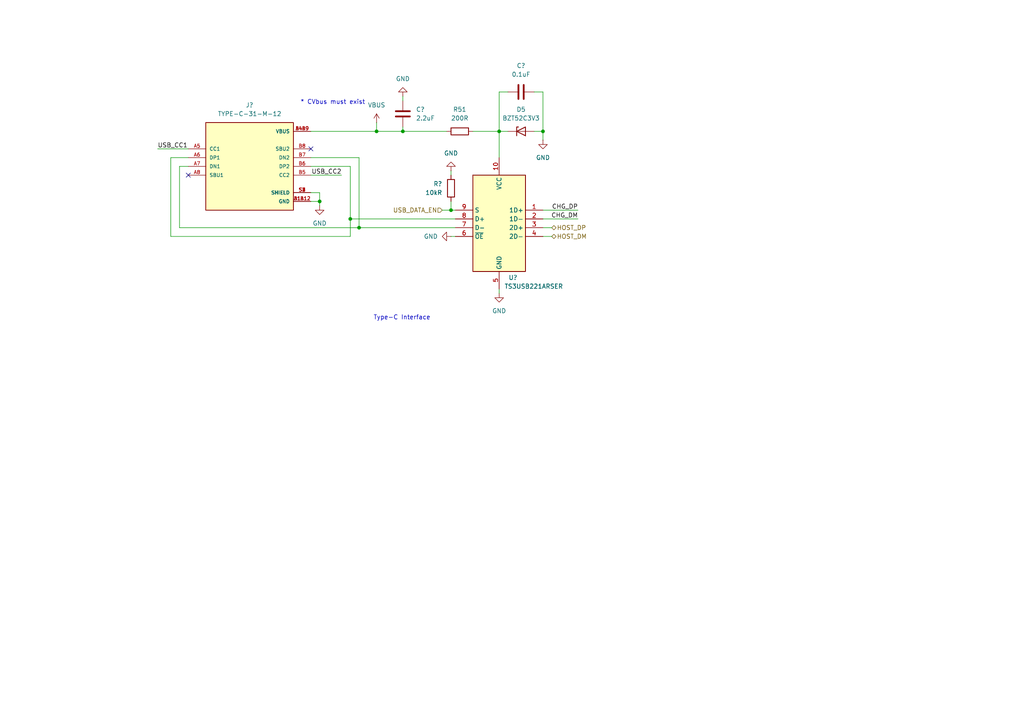
<source format=kicad_sch>
(kicad_sch (version 20250114) (generator "eeschema") (generator_version "9.0")
  (paper "A4")
  (lib_symbols
    (symbol "Device:C" (pin_numbers (hide yes)) (pin_names (offset 0.254))
      (property "Reference" "C" (at 0.635 2.54 0))
      (property "Value" "C" (at 0.635 -2.54 0))
      (symbol "C_0_1"
        (polyline (pts (xy -2.032 0.762) (xy 2.032 0.762)) (stroke (width 0.508)))
        (polyline (pts (xy -2.032 -0.762) (xy 2.032 -0.762)) (stroke (width 0.508)))
      )
      (symbol "C_1_1"
        (pin passive line (at 0 3.81 270) (length 2.794) (name "~") (number "1"))
        (pin passive line (at 0 -3.81 90) (length 2.794) (name "~") (number "2"))
      )
    )
    (symbol "Device:R" (pin_numbers (hide yes)) (pin_names (offset 0))
      (property "Reference" "R" (at 2.032 0 90))
      (property "Value" "R" (at 0 0 90))
      (symbol "R_0_1"
        (rectangle (start -1.016 -2.54) (end 1.016 2.54) (stroke (width 0.254)))
      )
      (symbol "R_1_1"
        (pin passive line (at 0 3.81 270) (length 1.27) (name "~") (number "1"))
        (pin passive line (at 0 -3.81 90) (length 1.27) (name "~") (number "2"))
      )
    )
    (symbol "Diode:BZT52Bxx" (pin_numbers (hide yes)) (pin_names (hide yes))
      (property "Reference" "D" (at 0 2.54 0))
      (property "Value" "BZT52Bxx" (at 0 -2.54 0))
      (symbol "BZT52Bxx_0_1"
        (polyline (pts (xy -1.27 -1.27) (xy -1.27 1.27) (xy -0.762 1.27)) (stroke (width 0.254)))
        (polyline (pts (xy 1.27 0) (xy -1.27 0)))
        (polyline (pts (xy 1.27 -1.27) (xy 1.27 1.27) (xy -1.27 0) (xy 1.27 -1.27)) (stroke (width 0.254)))
      )
      (symbol "BZT52Bxx_1_1"
        (pin passive line (at -3.81 0 0) (length 2.54) (name "K") (number "1"))
        (pin passive line (at 3.81 0 180) (length 2.54) (name "A") (number "2"))
      )
    )
    (symbol "TS3USB221ARSERG4:TS3USB221ARSERG4"
      (property "Reference" "IC" (at 21.59 15.24 0))
      (property "Value" "TS3USB221ARSERG4" (at 21.59 12.7 0))
      (symbol "TS3USB221ARSERG4_1_1"
        (rectangle (start 5.08 10.16) (end 20.32 -17.78) (stroke (width 0.254)) (fill (type background)))
        (pin passive line (at 0 0 0) (length 5.08) (name "1D+") (number "1"))
        (pin passive line (at 0 -2.54 0) (length 5.08) (name "1D-") (number "2"))
        (pin passive line (at 0 -5.08 0) (length 5.08) (name "2D+") (number "3"))
        (pin passive line (at 0 -7.62 0) (length 5.08) (name "2D-") (number "4"))
        (pin passive line (at 12.7 15.24 270) (length 5.08) (name "VCC") (number "10"))
        (pin passive line (at 12.7 -22.86 90) (length 5.08) (name "GND") (number "5"))
        (pin passive line (at 25.4 0 180) (length 5.08) (name "S") (number "9"))
        (pin passive line (at 25.4 -2.54 180) (length 5.08) (name "D+") (number "8"))
        (pin passive line (at 25.4 -5.08 180) (length 5.08) (name "D-") (number "7"))
        (pin passive line (at 25.4 -7.62 180) (length 5.08) (name "~{OE}") (number "6"))
      )
    )
    (symbol "TYPE-C-31-M-12:TYPE-C-31-M-12" (pin_names (offset 1.016))
      (property "Reference" "J" (at -12.7 13.462 0))
      (property "Value" "TYPE-C-31-M-12" (at -12.7 -13.462 0))
      (symbol "TYPE-C-31-M-12_0_0"
        (rectangle (start -12.7 -12.7) (end 12.7 12.7) (stroke (width 0.254)) (fill (type background)))
        (pin bidirectional line (at -17.78 5.08 0) (length 5.08) (name "CC1") (number "A5"))
        (pin bidirectional line (at -17.78 2.54 0) (length 5.08) (name "DP1") (number "A6"))
        (pin bidirectional line (at -17.78 0 0) (length 5.08) (name "DN1") (number "A7"))
        (pin bidirectional line (at -17.78 -2.54 0) (length 5.08) (name "SBU1") (number "A8"))
        (pin power_out line (at 17.78 10.16 180) (length 5.08) (name "VBUS") (number "A4B9"))
        (pin power_out line (at 17.78 10.16 180) (length 5.08) (name "VBUS") (number "B4A9"))
        (pin bidirectional line (at 17.78 5.08 180) (length 5.08) (name "SBU2") (number "B8"))
        (pin bidirectional line (at 17.78 2.54 180) (length 5.08) (name "DN2") (number "B7"))
        (pin bidirectional line (at 17.78 0 180) (length 5.08) (name "DP2") (number "B6"))
        (pin bidirectional line (at 17.78 -2.54 180) (length 5.08) (name "CC2") (number "B5"))
        (pin passive line (at 17.78 -7.62 180) (length 5.08) (name "SHIELD") (number "S1"))
        (pin passive line (at 17.78 -7.62 180) (length 5.08) (name "SHIELD") (number "S2"))
        (pin passive line (at 17.78 -7.62 180) (length 5.08) (name "SHIELD") (number "S3"))
        (pin passive line (at 17.78 -7.62 180) (length 5.08) (name "SHIELD") (number "S4"))
        (pin power_in line (at 17.78 -10.16 180) (length 5.08) (name "GND") (number "A1B12"))
        (pin power_in line (at 17.78 -10.16 180) (length 5.08) (name "GND") (number "B1A12"))
      )
    )
    (symbol "power:GND" (power) (pin_numbers (hide yes)) (pin_names (offset 0) (hide yes))
      (property "Value" "GND" (at 0 -3.81 0))
      (symbol "GND_0_1"
        (polyline (pts (xy 0 0) (xy 0 -1.27) (xy 1.27 -1.27) (xy 0 -2.54) (xy -1.27 -1.27) (xy 0 -1.27)))
      )
      (symbol "GND_1_1"
        (pin power_in line (at 0 0 270) (length 0) (name "~") (number "1"))
      )
    )
    (symbol "power:VBUS" (power) (pin_numbers (hide yes)) (pin_names (offset 0) (hide yes))
      (property "Value" "VBUS" (at 0 3.556 0))
      (symbol "VBUS_0_1"
        (polyline (pts (xy -0.762 1.27) (xy 0 2.54)))
        (polyline (pts (xy 0 2.54) (xy 0.762 1.27)))
        (polyline (pts (xy 0 0) (xy 0 2.54)))
      )
      (symbol "VBUS_1_1"
        (pin power_in line (at 0 0 90) (length 0) (name "~") (number "1"))
      )
    )
  )
  (text "Type-C Interface" (at 116.586 92.202 0) (effects (font (size 1.27 1.27))))
  (text "* CVbus must exist" (at 87.122 29.718 0) (effects (font (size 1.27 1.27)) (justify left)))
  (junction (at 116.84 38.1))
  (junction (at 144.78 38.1))
  (junction (at 92.71 58.42))
  (junction (at 130.81 60.96))
  (junction (at 104.14 66.04))
  (junction (at 101.6 63.5))
  (junction (at 109.22 38.1))
  (junction (at 157.48 38.1))
  (no_connect (at 54.61 50.8))
  (no_connect (at 90.17 43.18))
  (wire (pts (xy 116.84 36.83) (xy 116.84 38.1)))
  (wire (pts (xy 104.14 45.72) (xy 104.14 66.04)))
  (wire (pts (xy 54.61 48.26) (xy 52.07 48.26)))
  (wire (pts (xy 144.78 38.1) (xy 144.78 45.72)))
  (wire (pts (xy 167.64 60.96) (xy 157.48 60.96)))
  (wire (pts (xy 101.6 63.5) (xy 132.08 63.5)))
  (wire (pts (xy 90.17 58.42) (xy 92.71 58.42)))
  (wire (pts (xy 101.6 63.5) (xy 101.6 68.58)))
  (wire (pts (xy 52.07 48.26) (xy 52.07 66.04)))
  (wire (pts (xy 130.81 49.53) (xy 130.81 50.8)))
  (wire (pts (xy 160.02 66.04) (xy 157.48 66.04)))
  (wire (pts (xy 160.02 68.58) (xy 157.48 68.58)))
  (wire (pts (xy 132.08 68.58) (xy 130.81 68.58)))
  (wire (pts (xy 157.48 26.67) (xy 157.48 38.1)))
  (wire (pts (xy 90.17 48.26) (xy 101.6 48.26)))
  (wire (pts (xy 109.22 35.56) (xy 109.22 38.1)))
  (wire (pts (xy 54.61 45.72) (xy 49.53 45.72)))
  (wire (pts (xy 92.71 58.42) (xy 92.71 59.69)))
  (wire (pts (xy 167.64 63.5) (xy 157.48 63.5)))
  (wire (pts (xy 144.78 26.67) (xy 144.78 38.1)))
  (wire (pts (xy 154.94 26.67) (xy 157.48 26.67)))
  (wire (pts (xy 144.78 83.82) (xy 144.78 85.09)))
  (wire (pts (xy 49.53 45.72) (xy 49.53 68.58)))
  (wire (pts (xy 144.78 38.1) (xy 147.32 38.1)))
  (wire (pts (xy 104.14 66.04) (xy 132.08 66.04)))
  (wire (pts (xy 49.53 68.58) (xy 101.6 68.58)))
  (wire (pts (xy 90.17 38.1) (xy 109.22 38.1)))
  (wire (pts (xy 101.6 48.26) (xy 101.6 63.5)))
  (wire (pts (xy 154.94 38.1) (xy 157.48 38.1)))
  (wire (pts (xy 157.48 38.1) (xy 157.48 40.64)))
  (wire (pts (xy 52.07 66.04) (xy 104.14 66.04)))
  (wire (pts (xy 130.81 58.42) (xy 130.81 60.96)))
  (wire (pts (xy 99.06 50.8) (xy 90.17 50.8)))
  (wire (pts (xy 130.81 60.96) (xy 128.27 60.96)))
  (wire (pts (xy 137.16 38.1) (xy 144.78 38.1)))
  (wire (pts (xy 90.17 45.72) (xy 104.14 45.72)))
  (wire (pts (xy 109.22 38.1) (xy 116.84 38.1)))
  (wire (pts (xy 116.84 27.94) (xy 116.84 29.21)))
  (wire (pts (xy 45.72 43.18) (xy 54.61 43.18)))
  (wire (pts (xy 116.84 38.1) (xy 129.54 38.1)))
  (wire (pts (xy 90.17 55.88) (xy 92.71 55.88)))
  (wire (pts (xy 144.78 26.67) (xy 147.32 26.67)))
  (wire (pts (xy 132.08 60.96) (xy 130.81 60.96)))
  (wire (pts (xy 92.71 55.88) (xy 92.71 58.42)))
  (label "USB_CC1" (at 45.72 43.18 0))
  (label "USB_CC2" (at 99.06 50.8 180))
  (label "CHG_DP" (at 167.64 60.96 180))
  (label "CHG_DM" (at 167.64 63.5 180))
  (hierarchical_label "USB_DATA_EN" (shape input) (at 128.27 60.96 180))
  (hierarchical_label "HOST_DP" (shape bidirectional) (at 160.02 66.04 0))
  (hierarchical_label "HOST_DM" (shape bidirectional) (at 160.02 68.58 0))
  (symbol (lib_id "power:GND") (at 116.84 27.94 0) (mirror x) (unit 1)
    (property "Reference" "#PWR?" (effects (hide yes)))
    (property "Value" "GND" (at 116.84 22.86 0))
    (property "Description" "Power symbol creates a global label with name \"GND\" , ground" (effects (hide yes)))
    (instances (project "MizukiH743" (path "" (reference "#PWR?") (unit 1))) (project "MizukiH743" (path "" (reference "#PWR0169") (unit 1))))
  )
  (symbol (lib_id "Diode:BZT52Bxx") (at 151.13 38.1 0) (unit 1)
    (property "Reference" "D5" (at 151.13 31.75 0))
    (property "Value" "BZT52C3V3" (at 151.13 34.29 0))
    (property "Footprint" "Diode_SMD:D_SOD-323" (effects (hide yes)))
    (property "Datasheet" "https://diotec.com/tl_files/diotec/files/pdf/datasheets/bzt52b2v4.pdf" (effects (hide yes)))
    (property "Description" "500mW Zener Diode, SOD-123F" (effects (hide yes)))
  )
  (symbol (lib_id "Device:R") (at 130.81 54.61 0) (mirror y) (unit 1)
    (property "Reference" "R?" (at 128.27 53.3399 0) (effects (justify left)))
    (property "Value" "10kR" (at 128.27 55.8799 0) (effects (justify left)))
    (property "Footprint" "Resistor_SMD:R_0603_1608Metric" (effects (hide yes)))
    (property "Description" "Resistor" (effects (hide yes)))
    (instances (project "MizukiH743" (path "" (reference "R?") (unit 1))) (project "MizukiH743" (path "" (reference "R43") (unit 1))))
  )
  (symbol (lib_id "power:GND") (at 92.71 59.69 0) (unit 1)
    (property "Reference" "#PWR?" (effects (hide yes)))
    (property "Value" "GND" (at 92.71 64.77 0))
    (property "Description" "Power symbol creates a global label with name \"GND\" , ground" (effects (hide yes)))
    (instances (project "MizukiH743" (path "" (reference "#PWR?") (unit 1))) (project "MizukiH743" (path "" (reference "#PWR0165") (unit 1))))
  )
  (symbol (lib_id "Device:C") (at 116.84 33.02 0) (unit 1)
    (property "Reference" "C?" (at 120.65 31.7499 0) (effects (justify left)))
    (property "Value" "2.2uF" (at 120.65 34.2899 0) (effects (justify left)))
    (property "Footprint" "Capacitor_SMD:C_0603_1608Metric" (effects (hide yes)))
    (property "Description" "Unpolarized capacitor" (effects (hide yes)))
    (instances (project "MizukiH743" (path "" (reference "C?") (unit 1))) (project "MizukiH743" (path "" (reference "C90") (unit 1))))
  )
  (symbol (lib_id "power:GND") (at 130.81 68.58 270) (unit 1)
    (property "Reference" "#PWR?" (effects (hide yes)))
    (property "Value" "GND" (at 127 68.5799 90) (effects (justify right)))
    (property "Description" "Power symbol creates a global label with name \"GND\" , ground" (effects (hide yes)))
    (instances (project "MizukiH743" (path "" (reference "#PWR?") (unit 1))) (project "MizukiH743" (path "" (reference "#PWR0171") (unit 1))))
  )
  (symbol (lib_id "TYPE-C-31-M-12:TYPE-C-31-M-12") (at 72.39 48.26 0) (unit 1)
    (property "Reference" "J?" (at 72.39 30.48 0))
    (property "Value" "TYPE-C-31-M-12" (at 72.39 33.02 0))
    (property "Footprint" "TYPE-C-31-M-12:HRO_TYPE-C-31-M-12" (effects (hide yes)))
    (property "Part No." "TYPE-C-31-M-12" (effects (hide yes)))
    (property "Vendor" "HRO" (effects (hide yes)))
    (instances (project "MizukiH743" (path "" (reference "J?") (unit 1))) (project "MizukiH743" (path "" (reference "J6") (unit 1))))
  )
  (symbol (lib_id "TS3USB221ARSERG4:TS3USB221ARSERG4") (at 157.48 60.96 0) (mirror y) (unit 1)
    (property "Reference" "U?" (at 150.114 80.518 0) (effects (justify left)))
    (property "Value" "TS3USB221ARSER" (at 163.322 83.058 0) (effects (justify left)))
    (property "Footprint" "TS3USB221ARSERG4:TS3USB221ARSERG4" (effects (hide yes)))
    (property "Datasheet" "https://www.arrow.com/en/products/ts3usb221arserg4/texas-instruments?region=nac" (effects (hide yes)))
    (property "Description" "USB Switch ICs ESD Prot Hi-Spd USB 2.0 1:2 Mux/Demux Sw" (effects (hide yes)))
    (property "Height" "0.6" (effects (hide yes)))
    (property "Part No." "TS3USB221ARSER" (effects (hide yes)))
    (property "Vendor" "TI" (effects (hide yes)))
    (instances (project "MizukiH743" (path "" (reference "U?") (unit 1))) (project "MizukiH743" (path "" (reference "U14") (unit 1))))
  )
  (symbol (lib_id "Device:C") (at 151.13 26.67 270) (mirror x) (unit 1)
    (property "Reference" "C?" (at 151.13 19.05 90))
    (property "Value" "0.1uF" (at 151.13 21.59 90))
    (property "Footprint" "Capacitor_SMD:C_0603_1608Metric" (effects (hide yes)))
    (property "Description" "Unpolarized capacitor" (effects (hide yes)))
    (instances (project "MizukiH743" (path "" (reference "C?") (unit 1))) (project "MizukiH743" (path "" (reference "C91") (unit 1))))
  )
  (symbol (lib_id "Device:R") (at 133.35 38.1 90) (unit 1)
    (property "Reference" "R51" (at 133.35 31.75 90))
    (property "Value" "200R" (at 133.35 34.29 90))
    (property "Footprint" "Resistor_SMD:R_0603_1608Metric" (effects (hide yes)))
    (property "Description" "Resistor" (effects (hide yes)))
  )
  (symbol (lib_id "power:GND") (at 144.78 85.09 0) (mirror y) (unit 1)
    (property "Reference" "#PWR?" (effects (hide yes)))
    (property "Value" "GND" (at 144.78 90.17 0))
    (property "Description" "Power symbol creates a global label with name \"GND\" , ground" (effects (hide yes)))
    (instances (project "MizukiH743" (path "" (reference "#PWR?") (unit 1))) (project "MizukiH743" (path "" (reference "#PWR0174") (unit 1))))
  )
  (symbol (lib_id "power:GND") (at 130.81 49.53 0) (mirror x) (unit 1)
    (property "Reference" "#PWR?" (effects (hide yes)))
    (property "Value" "GND" (at 130.81 44.45 0))
    (property "Description" "Power symbol creates a global label with name \"GND\" , ground" (effects (hide yes)))
    (instances (project "MizukiH743" (path "" (reference "#PWR?") (unit 1))) (project "MizukiH743" (path "" (reference "#PWR0170") (unit 1))))
  )
  (symbol (lib_id "power:GND") (at 157.48 40.64 0) (mirror y) (unit 1)
    (property "Reference" "#PWR?" (effects (hide yes)))
    (property "Value" "GND" (at 157.48 45.72 0))
    (property "Description" "Power symbol creates a global label with name \"GND\" , ground" (effects (hide yes)))
    (instances (project "MizukiH743" (path "" (reference "#PWR?") (unit 1))) (project "MizukiH743" (path "" (reference "#PWR0172") (unit 1))))
  )
  (symbol (lib_id "power:VBUS") (at 109.22 35.56 0) (unit 1)
    (property "Reference" "#PWR0186" (effects (hide yes)))
    (property "Value" "VBUS" (at 109.22 30.48 0))
    (property "Description" "Power symbol creates a global label with name \"VBUS\"" (effects (hide yes)))
  )
)
</source>
